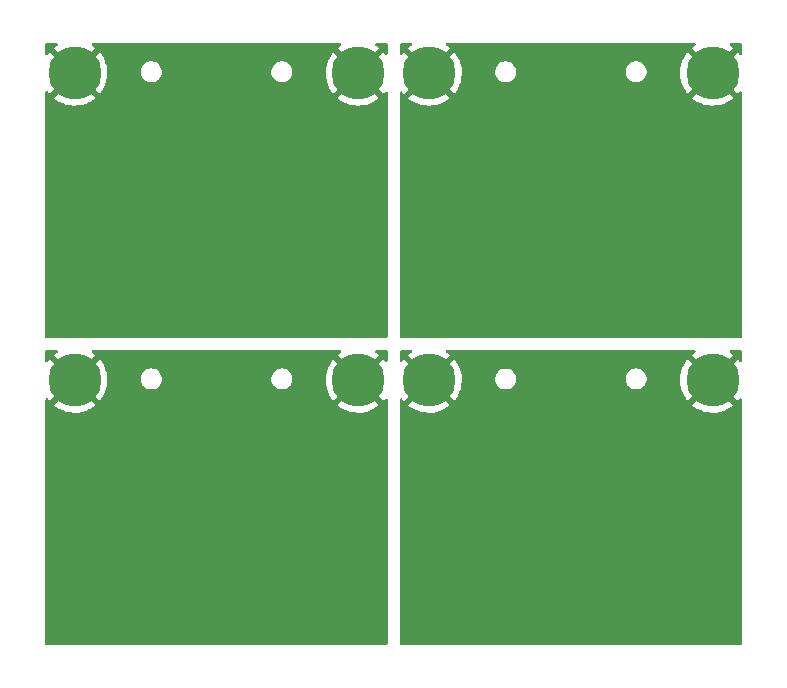
<source format=gbr>
%TF.GenerationSoftware,KiCad,Pcbnew,(6.0.0-0)*%
%TF.CreationDate,2022-03-16T23:04:28-04:00*%
%TF.ProjectId,for_stencil,666f725f-7374-4656-9e63-696c2e6b6963,rev?*%
%TF.SameCoordinates,Original*%
%TF.FileFunction,Copper,L1,Top*%
%TF.FilePolarity,Positive*%
%FSLAX46Y46*%
G04 Gerber Fmt 4.6, Leading zero omitted, Abs format (unit mm)*
G04 Created by KiCad (PCBNEW (6.0.0-0)) date 2022-03-16 23:04:28*
%MOMM*%
%LPD*%
G01*
G04 APERTURE LIST*
%TA.AperFunction,ComponentPad*%
%ADD10C,4.500000*%
%TD*%
G04 APERTURE END LIST*
D10*
%TO.P,H1,1,1*%
%TO.N,GND*%
X95000000Y-38000000D03*
%TD*%
%TO.P,H1,1,1*%
%TO.N,GND*%
X125000000Y-38000000D03*
%TD*%
%TO.P,H2,1,1*%
%TO.N,GND*%
X149000000Y-38000000D03*
%TD*%
%TO.P,H2,1,1*%
%TO.N,GND*%
X119000000Y-38000000D03*
%TD*%
%TO.P,H1,1,1*%
%TO.N,GND*%
X125000000Y-64000000D03*
%TD*%
%TO.P,H2,1,1*%
%TO.N,GND*%
X149000000Y-64000000D03*
%TD*%
%TO.P,H1,1,1*%
%TO.N,GND*%
X95000000Y-64000000D03*
%TD*%
%TO.P,H2,1,1*%
%TO.N,GND*%
X119000000Y-64000000D03*
%TD*%
%TA.AperFunction,Conductor*%
%TO.N,GND*%
G36*
X93508556Y-61466002D02*
G01*
X93555049Y-61519658D01*
X93565153Y-61589932D01*
X93535659Y-61654512D01*
X93504858Y-61680285D01*
X93450196Y-61712805D01*
X93443945Y-61717053D01*
X93250733Y-61866115D01*
X93242267Y-61877773D01*
X93248871Y-61889661D01*
X94987188Y-63627978D01*
X95001132Y-63635592D01*
X95002965Y-63635461D01*
X95009580Y-63631210D01*
X96750162Y-61890628D01*
X96757174Y-61877787D01*
X96749379Y-61867098D01*
X96579886Y-61733481D01*
X96573663Y-61729156D01*
X96492326Y-61679605D01*
X96444557Y-61627082D01*
X96432767Y-61557071D01*
X96460699Y-61491800D01*
X96519485Y-61451992D01*
X96557879Y-61446000D01*
X117440435Y-61446000D01*
X117508556Y-61466002D01*
X117555049Y-61519658D01*
X117565153Y-61589932D01*
X117535659Y-61654512D01*
X117504858Y-61680285D01*
X117450196Y-61712805D01*
X117443945Y-61717053D01*
X117250733Y-61866115D01*
X117242267Y-61877773D01*
X117248871Y-61889661D01*
X118987188Y-63627978D01*
X119001132Y-63635592D01*
X119002965Y-63635461D01*
X119009580Y-63631210D01*
X120750162Y-61890628D01*
X120757174Y-61877787D01*
X120749379Y-61867098D01*
X120579886Y-61733481D01*
X120573663Y-61729156D01*
X120492326Y-61679605D01*
X120444557Y-61627082D01*
X120432767Y-61557071D01*
X120460699Y-61491800D01*
X120519485Y-61451992D01*
X120557879Y-61446000D01*
X121361000Y-61446000D01*
X121429121Y-61466002D01*
X121475614Y-61519658D01*
X121487000Y-61572000D01*
X121487000Y-62337698D01*
X121466998Y-62405819D01*
X121413342Y-62452312D01*
X121343068Y-62462416D01*
X121278488Y-62432922D01*
X121261643Y-62415184D01*
X121133617Y-62251022D01*
X121121823Y-62242551D01*
X121110113Y-62249097D01*
X119372022Y-63987188D01*
X119364408Y-64001132D01*
X119364539Y-64002965D01*
X119368790Y-64009580D01*
X121108825Y-65749615D01*
X121121948Y-65756781D01*
X121132250Y-65749391D01*
X121241429Y-65615285D01*
X121245838Y-65609149D01*
X121254437Y-65595520D01*
X121307703Y-65548581D01*
X121377891Y-65537891D01*
X121442715Y-65566844D01*
X121481596Y-65626248D01*
X121487000Y-65662754D01*
X121487000Y-86304000D01*
X121466998Y-86372121D01*
X121413342Y-86418614D01*
X121361000Y-86430000D01*
X92629000Y-86430000D01*
X92560879Y-86409998D01*
X92514386Y-86356342D01*
X92503000Y-86304000D01*
X92503000Y-66121982D01*
X93243142Y-66121982D01*
X93250668Y-66132415D01*
X93396463Y-66249848D01*
X93402648Y-66254244D01*
X93678363Y-66426195D01*
X93685034Y-66429817D01*
X93979414Y-66567402D01*
X93986468Y-66570195D01*
X94295257Y-66671420D01*
X94302570Y-66673339D01*
X94621298Y-66736738D01*
X94628789Y-66737764D01*
X94952823Y-66762413D01*
X94960386Y-66762531D01*
X95285021Y-66748074D01*
X95292562Y-66747282D01*
X95613115Y-66693926D01*
X95620479Y-66692240D01*
X95932315Y-66600757D01*
X95939424Y-66598198D01*
X96238003Y-66469919D01*
X96244770Y-66466515D01*
X96525764Y-66303301D01*
X96532071Y-66299111D01*
X96750005Y-66134588D01*
X96758461Y-66123197D01*
X96757794Y-66121982D01*
X117243142Y-66121982D01*
X117250668Y-66132415D01*
X117396463Y-66249848D01*
X117402648Y-66254244D01*
X117678363Y-66426195D01*
X117685034Y-66429817D01*
X117979414Y-66567402D01*
X117986468Y-66570195D01*
X118295257Y-66671420D01*
X118302570Y-66673339D01*
X118621298Y-66736738D01*
X118628789Y-66737764D01*
X118952823Y-66762413D01*
X118960386Y-66762531D01*
X119285021Y-66748074D01*
X119292562Y-66747282D01*
X119613115Y-66693926D01*
X119620479Y-66692240D01*
X119932315Y-66600757D01*
X119939424Y-66598198D01*
X120238003Y-66469919D01*
X120244770Y-66466515D01*
X120525764Y-66303301D01*
X120532071Y-66299111D01*
X120750005Y-66134588D01*
X120758461Y-66123197D01*
X120751743Y-66110953D01*
X119012812Y-64372022D01*
X118998868Y-64364408D01*
X118997035Y-64364539D01*
X118990420Y-64368790D01*
X117250257Y-66108953D01*
X117243142Y-66121982D01*
X96757794Y-66121982D01*
X96751743Y-66110953D01*
X95012812Y-64372022D01*
X94998868Y-64364408D01*
X94997035Y-64364539D01*
X94990420Y-64368790D01*
X93250257Y-66108953D01*
X93243142Y-66121982D01*
X92503000Y-66121982D01*
X92503000Y-65647024D01*
X92523002Y-65578903D01*
X92576658Y-65532410D01*
X92646932Y-65522306D01*
X92711512Y-65551800D01*
X92729163Y-65570582D01*
X92865792Y-65749608D01*
X92877316Y-65758069D01*
X92889382Y-65751408D01*
X94627978Y-64012812D01*
X94634356Y-64001132D01*
X95364408Y-64001132D01*
X95364539Y-64002965D01*
X95368790Y-64009580D01*
X97108825Y-65749615D01*
X97121948Y-65756781D01*
X97132250Y-65749391D01*
X97241429Y-65615285D01*
X97245842Y-65609144D01*
X97419248Y-65334312D01*
X97422895Y-65327677D01*
X97562025Y-65034011D01*
X97564850Y-65026984D01*
X97667696Y-64718715D01*
X97669650Y-64711424D01*
X97734716Y-64393033D01*
X97735784Y-64385529D01*
X97762253Y-64060100D01*
X97762458Y-64055625D01*
X97763018Y-64002221D01*
X97762908Y-63997789D01*
X97762642Y-63993385D01*
X100587000Y-63993385D01*
X100588372Y-63999837D01*
X100588372Y-63999842D01*
X100601181Y-64060100D01*
X100625832Y-64176074D01*
X100628517Y-64182104D01*
X100628517Y-64182105D01*
X100684097Y-64306939D01*
X100701798Y-64346697D01*
X100705678Y-64352038D01*
X100705679Y-64352039D01*
X100720198Y-64372022D01*
X100811579Y-64497797D01*
X100950376Y-64622771D01*
X100956097Y-64626074D01*
X100970839Y-64634585D01*
X101112124Y-64716156D01*
X101118410Y-64718198D01*
X101118409Y-64718198D01*
X101283474Y-64771831D01*
X101283475Y-64771831D01*
X101289753Y-64773871D01*
X101296316Y-64774561D01*
X101296317Y-64774561D01*
X101319097Y-64776955D01*
X101428937Y-64788500D01*
X101522063Y-64788500D01*
X101631903Y-64776955D01*
X101654683Y-64774561D01*
X101654684Y-64774561D01*
X101661247Y-64773871D01*
X101667525Y-64771831D01*
X101667526Y-64771831D01*
X101832591Y-64718198D01*
X101832590Y-64718198D01*
X101838876Y-64716156D01*
X101980162Y-64634585D01*
X101994903Y-64626074D01*
X102000624Y-64622771D01*
X102139421Y-64497797D01*
X102230802Y-64372022D01*
X102245321Y-64352039D01*
X102245322Y-64352038D01*
X102249202Y-64346697D01*
X102266904Y-64306939D01*
X102322483Y-64182105D01*
X102322483Y-64182104D01*
X102325168Y-64176074D01*
X102349819Y-64060100D01*
X102362628Y-63999842D01*
X102362628Y-63999837D01*
X102364000Y-63993385D01*
X111636000Y-63993385D01*
X111637372Y-63999837D01*
X111637372Y-63999842D01*
X111650181Y-64060100D01*
X111674832Y-64176074D01*
X111677517Y-64182104D01*
X111677517Y-64182105D01*
X111733097Y-64306939D01*
X111750798Y-64346697D01*
X111754678Y-64352038D01*
X111754679Y-64352039D01*
X111769198Y-64372022D01*
X111860579Y-64497797D01*
X111999376Y-64622771D01*
X112005097Y-64626074D01*
X112019839Y-64634585D01*
X112161124Y-64716156D01*
X112167410Y-64718198D01*
X112167409Y-64718198D01*
X112332474Y-64771831D01*
X112332475Y-64771831D01*
X112338753Y-64773871D01*
X112345316Y-64774561D01*
X112345317Y-64774561D01*
X112368097Y-64776955D01*
X112477937Y-64788500D01*
X112571063Y-64788500D01*
X112680903Y-64776955D01*
X112703683Y-64774561D01*
X112703684Y-64774561D01*
X112710247Y-64773871D01*
X112716525Y-64771831D01*
X112716526Y-64771831D01*
X112881591Y-64718198D01*
X112881590Y-64718198D01*
X112887876Y-64716156D01*
X113029162Y-64634585D01*
X113043903Y-64626074D01*
X113049624Y-64622771D01*
X113188421Y-64497797D01*
X113279802Y-64372022D01*
X113294321Y-64352039D01*
X113294322Y-64352038D01*
X113298202Y-64346697D01*
X113315904Y-64306939D01*
X113371483Y-64182105D01*
X113371483Y-64182104D01*
X113374168Y-64176074D01*
X113398819Y-64060100D01*
X113411628Y-63999842D01*
X113411628Y-63999837D01*
X113413000Y-63993385D01*
X113413000Y-63974858D01*
X116237299Y-63974858D01*
X116253456Y-64299410D01*
X116254287Y-64306939D01*
X116309318Y-64627198D01*
X116311051Y-64634585D01*
X116404156Y-64945909D01*
X116406759Y-64953022D01*
X116536595Y-65250913D01*
X116540037Y-65257669D01*
X116704720Y-65537803D01*
X116708943Y-65544088D01*
X116865792Y-65749608D01*
X116877316Y-65758069D01*
X116889382Y-65751408D01*
X118627978Y-64012812D01*
X118635592Y-63998868D01*
X118635461Y-63997035D01*
X118631210Y-63990420D01*
X116890864Y-62250074D01*
X116877929Y-62243011D01*
X116867367Y-62250671D01*
X116741785Y-62408268D01*
X116737428Y-62414467D01*
X116566913Y-62691094D01*
X116563333Y-62697770D01*
X116427287Y-62992878D01*
X116424537Y-62999929D01*
X116324927Y-63309251D01*
X116323044Y-63316584D01*
X116261316Y-63635632D01*
X116260329Y-63643132D01*
X116237378Y-63967277D01*
X116237299Y-63974858D01*
X113413000Y-63974858D01*
X113413000Y-63806615D01*
X113374168Y-63623926D01*
X113298202Y-63453303D01*
X113188421Y-63302203D01*
X113049624Y-63177229D01*
X112887876Y-63083844D01*
X112813956Y-63059826D01*
X112716526Y-63028169D01*
X112716525Y-63028169D01*
X112710247Y-63026129D01*
X112703684Y-63025439D01*
X112703683Y-63025439D01*
X112680903Y-63023045D01*
X112571063Y-63011500D01*
X112477937Y-63011500D01*
X112368097Y-63023045D01*
X112345317Y-63025439D01*
X112345316Y-63025439D01*
X112338753Y-63026129D01*
X112332475Y-63028169D01*
X112332474Y-63028169D01*
X112235044Y-63059826D01*
X112161124Y-63083844D01*
X111999376Y-63177229D01*
X111860579Y-63302203D01*
X111750798Y-63453303D01*
X111674832Y-63623926D01*
X111636000Y-63806615D01*
X111636000Y-63993385D01*
X102364000Y-63993385D01*
X102364000Y-63806615D01*
X102325168Y-63623926D01*
X102249202Y-63453303D01*
X102139421Y-63302203D01*
X102000624Y-63177229D01*
X101838876Y-63083844D01*
X101764956Y-63059826D01*
X101667526Y-63028169D01*
X101667525Y-63028169D01*
X101661247Y-63026129D01*
X101654684Y-63025439D01*
X101654683Y-63025439D01*
X101631903Y-63023045D01*
X101522063Y-63011500D01*
X101428937Y-63011500D01*
X101319097Y-63023045D01*
X101296317Y-63025439D01*
X101296316Y-63025439D01*
X101289753Y-63026129D01*
X101283475Y-63028169D01*
X101283474Y-63028169D01*
X101186044Y-63059826D01*
X101112124Y-63083844D01*
X100950376Y-63177229D01*
X100811579Y-63302203D01*
X100701798Y-63453303D01*
X100625832Y-63623926D01*
X100587000Y-63806615D01*
X100587000Y-63993385D01*
X97762642Y-63993385D01*
X97743257Y-63671835D01*
X97742349Y-63664333D01*
X97683967Y-63344663D01*
X97682154Y-63337284D01*
X97585797Y-63026966D01*
X97583116Y-63019869D01*
X97450172Y-62723363D01*
X97446655Y-62716636D01*
X97279054Y-62438252D01*
X97274757Y-62431999D01*
X97133617Y-62251022D01*
X97121823Y-62242551D01*
X97110113Y-62249097D01*
X95372022Y-63987188D01*
X95364408Y-64001132D01*
X94634356Y-64001132D01*
X94635592Y-63998868D01*
X94635461Y-63997035D01*
X94631210Y-63990420D01*
X92890864Y-62250074D01*
X92877929Y-62243011D01*
X92867367Y-62250671D01*
X92741785Y-62408268D01*
X92737427Y-62414469D01*
X92736261Y-62416360D01*
X92735816Y-62416760D01*
X92735245Y-62417573D01*
X92735059Y-62417442D01*
X92683489Y-62463855D01*
X92613418Y-62475279D01*
X92548294Y-62447006D01*
X92508793Y-62388012D01*
X92503000Y-62350246D01*
X92503000Y-61572000D01*
X92523002Y-61503879D01*
X92576658Y-61457386D01*
X92629000Y-61446000D01*
X93440435Y-61446000D01*
X93508556Y-61466002D01*
G37*
%TD.AperFunction*%
%TD*%
%TA.AperFunction,Conductor*%
%TO.N,GND*%
G36*
X123508556Y-61466002D02*
G01*
X123555049Y-61519658D01*
X123565153Y-61589932D01*
X123535659Y-61654512D01*
X123504858Y-61680285D01*
X123450196Y-61712805D01*
X123443945Y-61717053D01*
X123250733Y-61866115D01*
X123242267Y-61877773D01*
X123248871Y-61889661D01*
X124987188Y-63627978D01*
X125001132Y-63635592D01*
X125002965Y-63635461D01*
X125009580Y-63631210D01*
X126750162Y-61890628D01*
X126757174Y-61877787D01*
X126749379Y-61867098D01*
X126579886Y-61733481D01*
X126573663Y-61729156D01*
X126492326Y-61679605D01*
X126444557Y-61627082D01*
X126432767Y-61557071D01*
X126460699Y-61491800D01*
X126519485Y-61451992D01*
X126557879Y-61446000D01*
X147440435Y-61446000D01*
X147508556Y-61466002D01*
X147555049Y-61519658D01*
X147565153Y-61589932D01*
X147535659Y-61654512D01*
X147504858Y-61680285D01*
X147450196Y-61712805D01*
X147443945Y-61717053D01*
X147250733Y-61866115D01*
X147242267Y-61877773D01*
X147248871Y-61889661D01*
X148987188Y-63627978D01*
X149001132Y-63635592D01*
X149002965Y-63635461D01*
X149009580Y-63631210D01*
X150750162Y-61890628D01*
X150757174Y-61877787D01*
X150749379Y-61867098D01*
X150579886Y-61733481D01*
X150573663Y-61729156D01*
X150492326Y-61679605D01*
X150444557Y-61627082D01*
X150432767Y-61557071D01*
X150460699Y-61491800D01*
X150519485Y-61451992D01*
X150557879Y-61446000D01*
X151361000Y-61446000D01*
X151429121Y-61466002D01*
X151475614Y-61519658D01*
X151487000Y-61572000D01*
X151487000Y-62337698D01*
X151466998Y-62405819D01*
X151413342Y-62452312D01*
X151343068Y-62462416D01*
X151278488Y-62432922D01*
X151261643Y-62415184D01*
X151133617Y-62251022D01*
X151121823Y-62242551D01*
X151110113Y-62249097D01*
X149372022Y-63987188D01*
X149364408Y-64001132D01*
X149364539Y-64002965D01*
X149368790Y-64009580D01*
X151108825Y-65749615D01*
X151121948Y-65756781D01*
X151132250Y-65749391D01*
X151241429Y-65615285D01*
X151245838Y-65609149D01*
X151254437Y-65595520D01*
X151307703Y-65548581D01*
X151377891Y-65537891D01*
X151442715Y-65566844D01*
X151481596Y-65626248D01*
X151487000Y-65662754D01*
X151487000Y-86304000D01*
X151466998Y-86372121D01*
X151413342Y-86418614D01*
X151361000Y-86430000D01*
X122629000Y-86430000D01*
X122560879Y-86409998D01*
X122514386Y-86356342D01*
X122503000Y-86304000D01*
X122503000Y-66121982D01*
X123243142Y-66121982D01*
X123250668Y-66132415D01*
X123396463Y-66249848D01*
X123402648Y-66254244D01*
X123678363Y-66426195D01*
X123685034Y-66429817D01*
X123979414Y-66567402D01*
X123986468Y-66570195D01*
X124295257Y-66671420D01*
X124302570Y-66673339D01*
X124621298Y-66736738D01*
X124628789Y-66737764D01*
X124952823Y-66762413D01*
X124960386Y-66762531D01*
X125285021Y-66748074D01*
X125292562Y-66747282D01*
X125613115Y-66693926D01*
X125620479Y-66692240D01*
X125932315Y-66600757D01*
X125939424Y-66598198D01*
X126238003Y-66469919D01*
X126244770Y-66466515D01*
X126525764Y-66303301D01*
X126532071Y-66299111D01*
X126750005Y-66134588D01*
X126758461Y-66123197D01*
X126757794Y-66121982D01*
X147243142Y-66121982D01*
X147250668Y-66132415D01*
X147396463Y-66249848D01*
X147402648Y-66254244D01*
X147678363Y-66426195D01*
X147685034Y-66429817D01*
X147979414Y-66567402D01*
X147986468Y-66570195D01*
X148295257Y-66671420D01*
X148302570Y-66673339D01*
X148621298Y-66736738D01*
X148628789Y-66737764D01*
X148952823Y-66762413D01*
X148960386Y-66762531D01*
X149285021Y-66748074D01*
X149292562Y-66747282D01*
X149613115Y-66693926D01*
X149620479Y-66692240D01*
X149932315Y-66600757D01*
X149939424Y-66598198D01*
X150238003Y-66469919D01*
X150244770Y-66466515D01*
X150525764Y-66303301D01*
X150532071Y-66299111D01*
X150750005Y-66134588D01*
X150758461Y-66123197D01*
X150751743Y-66110953D01*
X149012812Y-64372022D01*
X148998868Y-64364408D01*
X148997035Y-64364539D01*
X148990420Y-64368790D01*
X147250257Y-66108953D01*
X147243142Y-66121982D01*
X126757794Y-66121982D01*
X126751743Y-66110953D01*
X125012812Y-64372022D01*
X124998868Y-64364408D01*
X124997035Y-64364539D01*
X124990420Y-64368790D01*
X123250257Y-66108953D01*
X123243142Y-66121982D01*
X122503000Y-66121982D01*
X122503000Y-65647024D01*
X122523002Y-65578903D01*
X122576658Y-65532410D01*
X122646932Y-65522306D01*
X122711512Y-65551800D01*
X122729163Y-65570582D01*
X122865792Y-65749608D01*
X122877316Y-65758069D01*
X122889382Y-65751408D01*
X124627978Y-64012812D01*
X124634356Y-64001132D01*
X125364408Y-64001132D01*
X125364539Y-64002965D01*
X125368790Y-64009580D01*
X127108825Y-65749615D01*
X127121948Y-65756781D01*
X127132250Y-65749391D01*
X127241429Y-65615285D01*
X127245842Y-65609144D01*
X127419248Y-65334312D01*
X127422895Y-65327677D01*
X127562025Y-65034011D01*
X127564850Y-65026984D01*
X127667696Y-64718715D01*
X127669650Y-64711424D01*
X127734716Y-64393033D01*
X127735784Y-64385529D01*
X127762253Y-64060100D01*
X127762458Y-64055625D01*
X127763018Y-64002221D01*
X127762908Y-63997789D01*
X127762642Y-63993385D01*
X130587000Y-63993385D01*
X130588372Y-63999837D01*
X130588372Y-63999842D01*
X130601181Y-64060100D01*
X130625832Y-64176074D01*
X130628517Y-64182104D01*
X130628517Y-64182105D01*
X130684097Y-64306939D01*
X130701798Y-64346697D01*
X130705678Y-64352038D01*
X130705679Y-64352039D01*
X130720198Y-64372022D01*
X130811579Y-64497797D01*
X130950376Y-64622771D01*
X130956097Y-64626074D01*
X130970839Y-64634585D01*
X131112124Y-64716156D01*
X131118410Y-64718198D01*
X131118409Y-64718198D01*
X131283474Y-64771831D01*
X131283475Y-64771831D01*
X131289753Y-64773871D01*
X131296316Y-64774561D01*
X131296317Y-64774561D01*
X131319097Y-64776955D01*
X131428937Y-64788500D01*
X131522063Y-64788500D01*
X131631903Y-64776955D01*
X131654683Y-64774561D01*
X131654684Y-64774561D01*
X131661247Y-64773871D01*
X131667525Y-64771831D01*
X131667526Y-64771831D01*
X131832591Y-64718198D01*
X131832590Y-64718198D01*
X131838876Y-64716156D01*
X131980162Y-64634585D01*
X131994903Y-64626074D01*
X132000624Y-64622771D01*
X132139421Y-64497797D01*
X132230802Y-64372022D01*
X132245321Y-64352039D01*
X132245322Y-64352038D01*
X132249202Y-64346697D01*
X132266904Y-64306939D01*
X132322483Y-64182105D01*
X132322483Y-64182104D01*
X132325168Y-64176074D01*
X132349819Y-64060100D01*
X132362628Y-63999842D01*
X132362628Y-63999837D01*
X132364000Y-63993385D01*
X141636000Y-63993385D01*
X141637372Y-63999837D01*
X141637372Y-63999842D01*
X141650181Y-64060100D01*
X141674832Y-64176074D01*
X141677517Y-64182104D01*
X141677517Y-64182105D01*
X141733097Y-64306939D01*
X141750798Y-64346697D01*
X141754678Y-64352038D01*
X141754679Y-64352039D01*
X141769198Y-64372022D01*
X141860579Y-64497797D01*
X141999376Y-64622771D01*
X142005097Y-64626074D01*
X142019839Y-64634585D01*
X142161124Y-64716156D01*
X142167410Y-64718198D01*
X142167409Y-64718198D01*
X142332474Y-64771831D01*
X142332475Y-64771831D01*
X142338753Y-64773871D01*
X142345316Y-64774561D01*
X142345317Y-64774561D01*
X142368097Y-64776955D01*
X142477937Y-64788500D01*
X142571063Y-64788500D01*
X142680903Y-64776955D01*
X142703683Y-64774561D01*
X142703684Y-64774561D01*
X142710247Y-64773871D01*
X142716525Y-64771831D01*
X142716526Y-64771831D01*
X142881591Y-64718198D01*
X142881590Y-64718198D01*
X142887876Y-64716156D01*
X143029162Y-64634585D01*
X143043903Y-64626074D01*
X143049624Y-64622771D01*
X143188421Y-64497797D01*
X143279802Y-64372022D01*
X143294321Y-64352039D01*
X143294322Y-64352038D01*
X143298202Y-64346697D01*
X143315904Y-64306939D01*
X143371483Y-64182105D01*
X143371483Y-64182104D01*
X143374168Y-64176074D01*
X143398819Y-64060100D01*
X143411628Y-63999842D01*
X143411628Y-63999837D01*
X143413000Y-63993385D01*
X143413000Y-63974858D01*
X146237299Y-63974858D01*
X146253456Y-64299410D01*
X146254287Y-64306939D01*
X146309318Y-64627198D01*
X146311051Y-64634585D01*
X146404156Y-64945909D01*
X146406759Y-64953022D01*
X146536595Y-65250913D01*
X146540037Y-65257669D01*
X146704720Y-65537803D01*
X146708943Y-65544088D01*
X146865792Y-65749608D01*
X146877316Y-65758069D01*
X146889382Y-65751408D01*
X148627978Y-64012812D01*
X148635592Y-63998868D01*
X148635461Y-63997035D01*
X148631210Y-63990420D01*
X146890864Y-62250074D01*
X146877929Y-62243011D01*
X146867367Y-62250671D01*
X146741785Y-62408268D01*
X146737428Y-62414467D01*
X146566913Y-62691094D01*
X146563333Y-62697770D01*
X146427287Y-62992878D01*
X146424537Y-62999929D01*
X146324927Y-63309251D01*
X146323044Y-63316584D01*
X146261316Y-63635632D01*
X146260329Y-63643132D01*
X146237378Y-63967277D01*
X146237299Y-63974858D01*
X143413000Y-63974858D01*
X143413000Y-63806615D01*
X143374168Y-63623926D01*
X143298202Y-63453303D01*
X143188421Y-63302203D01*
X143049624Y-63177229D01*
X142887876Y-63083844D01*
X142813956Y-63059826D01*
X142716526Y-63028169D01*
X142716525Y-63028169D01*
X142710247Y-63026129D01*
X142703684Y-63025439D01*
X142703683Y-63025439D01*
X142680903Y-63023045D01*
X142571063Y-63011500D01*
X142477937Y-63011500D01*
X142368097Y-63023045D01*
X142345317Y-63025439D01*
X142345316Y-63025439D01*
X142338753Y-63026129D01*
X142332475Y-63028169D01*
X142332474Y-63028169D01*
X142235044Y-63059826D01*
X142161124Y-63083844D01*
X141999376Y-63177229D01*
X141860579Y-63302203D01*
X141750798Y-63453303D01*
X141674832Y-63623926D01*
X141636000Y-63806615D01*
X141636000Y-63993385D01*
X132364000Y-63993385D01*
X132364000Y-63806615D01*
X132325168Y-63623926D01*
X132249202Y-63453303D01*
X132139421Y-63302203D01*
X132000624Y-63177229D01*
X131838876Y-63083844D01*
X131764956Y-63059826D01*
X131667526Y-63028169D01*
X131667525Y-63028169D01*
X131661247Y-63026129D01*
X131654684Y-63025439D01*
X131654683Y-63025439D01*
X131631903Y-63023045D01*
X131522063Y-63011500D01*
X131428937Y-63011500D01*
X131319097Y-63023045D01*
X131296317Y-63025439D01*
X131296316Y-63025439D01*
X131289753Y-63026129D01*
X131283475Y-63028169D01*
X131283474Y-63028169D01*
X131186044Y-63059826D01*
X131112124Y-63083844D01*
X130950376Y-63177229D01*
X130811579Y-63302203D01*
X130701798Y-63453303D01*
X130625832Y-63623926D01*
X130587000Y-63806615D01*
X130587000Y-63993385D01*
X127762642Y-63993385D01*
X127743257Y-63671835D01*
X127742349Y-63664333D01*
X127683967Y-63344663D01*
X127682154Y-63337284D01*
X127585797Y-63026966D01*
X127583116Y-63019869D01*
X127450172Y-62723363D01*
X127446655Y-62716636D01*
X127279054Y-62438252D01*
X127274757Y-62431999D01*
X127133617Y-62251022D01*
X127121823Y-62242551D01*
X127110113Y-62249097D01*
X125372022Y-63987188D01*
X125364408Y-64001132D01*
X124634356Y-64001132D01*
X124635592Y-63998868D01*
X124635461Y-63997035D01*
X124631210Y-63990420D01*
X122890864Y-62250074D01*
X122877929Y-62243011D01*
X122867367Y-62250671D01*
X122741785Y-62408268D01*
X122737427Y-62414469D01*
X122736261Y-62416360D01*
X122735816Y-62416760D01*
X122735245Y-62417573D01*
X122735059Y-62417442D01*
X122683489Y-62463855D01*
X122613418Y-62475279D01*
X122548294Y-62447006D01*
X122508793Y-62388012D01*
X122503000Y-62350246D01*
X122503000Y-61572000D01*
X122523002Y-61503879D01*
X122576658Y-61457386D01*
X122629000Y-61446000D01*
X123440435Y-61446000D01*
X123508556Y-61466002D01*
G37*
%TD.AperFunction*%
%TD*%
%TA.AperFunction,Conductor*%
%TO.N,GND*%
G36*
X93508556Y-35466002D02*
G01*
X93555049Y-35519658D01*
X93565153Y-35589932D01*
X93535659Y-35654512D01*
X93504858Y-35680285D01*
X93450196Y-35712805D01*
X93443945Y-35717053D01*
X93250733Y-35866115D01*
X93242267Y-35877773D01*
X93248871Y-35889661D01*
X94987188Y-37627978D01*
X95001132Y-37635592D01*
X95002965Y-37635461D01*
X95009580Y-37631210D01*
X96750162Y-35890628D01*
X96757174Y-35877787D01*
X96749379Y-35867098D01*
X96579886Y-35733481D01*
X96573663Y-35729156D01*
X96492326Y-35679605D01*
X96444557Y-35627082D01*
X96432767Y-35557071D01*
X96460699Y-35491800D01*
X96519485Y-35451992D01*
X96557879Y-35446000D01*
X117440435Y-35446000D01*
X117508556Y-35466002D01*
X117555049Y-35519658D01*
X117565153Y-35589932D01*
X117535659Y-35654512D01*
X117504858Y-35680285D01*
X117450196Y-35712805D01*
X117443945Y-35717053D01*
X117250733Y-35866115D01*
X117242267Y-35877773D01*
X117248871Y-35889661D01*
X118987188Y-37627978D01*
X119001132Y-37635592D01*
X119002965Y-37635461D01*
X119009580Y-37631210D01*
X120750162Y-35890628D01*
X120757174Y-35877787D01*
X120749379Y-35867098D01*
X120579886Y-35733481D01*
X120573663Y-35729156D01*
X120492326Y-35679605D01*
X120444557Y-35627082D01*
X120432767Y-35557071D01*
X120460699Y-35491800D01*
X120519485Y-35451992D01*
X120557879Y-35446000D01*
X121361000Y-35446000D01*
X121429121Y-35466002D01*
X121475614Y-35519658D01*
X121487000Y-35572000D01*
X121487000Y-36337698D01*
X121466998Y-36405819D01*
X121413342Y-36452312D01*
X121343068Y-36462416D01*
X121278488Y-36432922D01*
X121261643Y-36415184D01*
X121133617Y-36251022D01*
X121121823Y-36242551D01*
X121110113Y-36249097D01*
X119372022Y-37987188D01*
X119364408Y-38001132D01*
X119364539Y-38002965D01*
X119368790Y-38009580D01*
X121108825Y-39749615D01*
X121121948Y-39756781D01*
X121132250Y-39749391D01*
X121241429Y-39615285D01*
X121245838Y-39609149D01*
X121254437Y-39595520D01*
X121307703Y-39548581D01*
X121377891Y-39537891D01*
X121442715Y-39566844D01*
X121481596Y-39626248D01*
X121487000Y-39662754D01*
X121487000Y-60304000D01*
X121466998Y-60372121D01*
X121413342Y-60418614D01*
X121361000Y-60430000D01*
X92629000Y-60430000D01*
X92560879Y-60409998D01*
X92514386Y-60356342D01*
X92503000Y-60304000D01*
X92503000Y-40121982D01*
X93243142Y-40121982D01*
X93250668Y-40132415D01*
X93396463Y-40249848D01*
X93402648Y-40254244D01*
X93678363Y-40426195D01*
X93685034Y-40429817D01*
X93979414Y-40567402D01*
X93986468Y-40570195D01*
X94295257Y-40671420D01*
X94302570Y-40673339D01*
X94621298Y-40736738D01*
X94628789Y-40737764D01*
X94952823Y-40762413D01*
X94960386Y-40762531D01*
X95285021Y-40748074D01*
X95292562Y-40747282D01*
X95613115Y-40693926D01*
X95620479Y-40692240D01*
X95932315Y-40600757D01*
X95939424Y-40598198D01*
X96238003Y-40469919D01*
X96244770Y-40466515D01*
X96525764Y-40303301D01*
X96532071Y-40299111D01*
X96750005Y-40134588D01*
X96758461Y-40123197D01*
X96757794Y-40121982D01*
X117243142Y-40121982D01*
X117250668Y-40132415D01*
X117396463Y-40249848D01*
X117402648Y-40254244D01*
X117678363Y-40426195D01*
X117685034Y-40429817D01*
X117979414Y-40567402D01*
X117986468Y-40570195D01*
X118295257Y-40671420D01*
X118302570Y-40673339D01*
X118621298Y-40736738D01*
X118628789Y-40737764D01*
X118952823Y-40762413D01*
X118960386Y-40762531D01*
X119285021Y-40748074D01*
X119292562Y-40747282D01*
X119613115Y-40693926D01*
X119620479Y-40692240D01*
X119932315Y-40600757D01*
X119939424Y-40598198D01*
X120238003Y-40469919D01*
X120244770Y-40466515D01*
X120525764Y-40303301D01*
X120532071Y-40299111D01*
X120750005Y-40134588D01*
X120758461Y-40123197D01*
X120751743Y-40110953D01*
X119012812Y-38372022D01*
X118998868Y-38364408D01*
X118997035Y-38364539D01*
X118990420Y-38368790D01*
X117250257Y-40108953D01*
X117243142Y-40121982D01*
X96757794Y-40121982D01*
X96751743Y-40110953D01*
X95012812Y-38372022D01*
X94998868Y-38364408D01*
X94997035Y-38364539D01*
X94990420Y-38368790D01*
X93250257Y-40108953D01*
X93243142Y-40121982D01*
X92503000Y-40121982D01*
X92503000Y-39647024D01*
X92523002Y-39578903D01*
X92576658Y-39532410D01*
X92646932Y-39522306D01*
X92711512Y-39551800D01*
X92729163Y-39570582D01*
X92865792Y-39749608D01*
X92877316Y-39758069D01*
X92889382Y-39751408D01*
X94627978Y-38012812D01*
X94634356Y-38001132D01*
X95364408Y-38001132D01*
X95364539Y-38002965D01*
X95368790Y-38009580D01*
X97108825Y-39749615D01*
X97121948Y-39756781D01*
X97132250Y-39749391D01*
X97241429Y-39615285D01*
X97245842Y-39609144D01*
X97419248Y-39334312D01*
X97422895Y-39327677D01*
X97562025Y-39034011D01*
X97564850Y-39026984D01*
X97667696Y-38718715D01*
X97669650Y-38711424D01*
X97734716Y-38393033D01*
X97735784Y-38385529D01*
X97762253Y-38060100D01*
X97762458Y-38055625D01*
X97763018Y-38002221D01*
X97762908Y-37997789D01*
X97762642Y-37993385D01*
X100587000Y-37993385D01*
X100588372Y-37999837D01*
X100588372Y-37999842D01*
X100601181Y-38060100D01*
X100625832Y-38176074D01*
X100628517Y-38182104D01*
X100628517Y-38182105D01*
X100684097Y-38306939D01*
X100701798Y-38346697D01*
X100705678Y-38352038D01*
X100705679Y-38352039D01*
X100720198Y-38372022D01*
X100811579Y-38497797D01*
X100950376Y-38622771D01*
X100956097Y-38626074D01*
X100970839Y-38634585D01*
X101112124Y-38716156D01*
X101118410Y-38718198D01*
X101118409Y-38718198D01*
X101283474Y-38771831D01*
X101283475Y-38771831D01*
X101289753Y-38773871D01*
X101296316Y-38774561D01*
X101296317Y-38774561D01*
X101319097Y-38776955D01*
X101428937Y-38788500D01*
X101522063Y-38788500D01*
X101631903Y-38776955D01*
X101654683Y-38774561D01*
X101654684Y-38774561D01*
X101661247Y-38773871D01*
X101667525Y-38771831D01*
X101667526Y-38771831D01*
X101832591Y-38718198D01*
X101832590Y-38718198D01*
X101838876Y-38716156D01*
X101980162Y-38634585D01*
X101994903Y-38626074D01*
X102000624Y-38622771D01*
X102139421Y-38497797D01*
X102230802Y-38372022D01*
X102245321Y-38352039D01*
X102245322Y-38352038D01*
X102249202Y-38346697D01*
X102266904Y-38306939D01*
X102322483Y-38182105D01*
X102322483Y-38182104D01*
X102325168Y-38176074D01*
X102349819Y-38060100D01*
X102362628Y-37999842D01*
X102362628Y-37999837D01*
X102364000Y-37993385D01*
X111636000Y-37993385D01*
X111637372Y-37999837D01*
X111637372Y-37999842D01*
X111650181Y-38060100D01*
X111674832Y-38176074D01*
X111677517Y-38182104D01*
X111677517Y-38182105D01*
X111733097Y-38306939D01*
X111750798Y-38346697D01*
X111754678Y-38352038D01*
X111754679Y-38352039D01*
X111769198Y-38372022D01*
X111860579Y-38497797D01*
X111999376Y-38622771D01*
X112005097Y-38626074D01*
X112019839Y-38634585D01*
X112161124Y-38716156D01*
X112167410Y-38718198D01*
X112167409Y-38718198D01*
X112332474Y-38771831D01*
X112332475Y-38771831D01*
X112338753Y-38773871D01*
X112345316Y-38774561D01*
X112345317Y-38774561D01*
X112368097Y-38776955D01*
X112477937Y-38788500D01*
X112571063Y-38788500D01*
X112680903Y-38776955D01*
X112703683Y-38774561D01*
X112703684Y-38774561D01*
X112710247Y-38773871D01*
X112716525Y-38771831D01*
X112716526Y-38771831D01*
X112881591Y-38718198D01*
X112881590Y-38718198D01*
X112887876Y-38716156D01*
X113029162Y-38634585D01*
X113043903Y-38626074D01*
X113049624Y-38622771D01*
X113188421Y-38497797D01*
X113279802Y-38372022D01*
X113294321Y-38352039D01*
X113294322Y-38352038D01*
X113298202Y-38346697D01*
X113315904Y-38306939D01*
X113371483Y-38182105D01*
X113371483Y-38182104D01*
X113374168Y-38176074D01*
X113398819Y-38060100D01*
X113411628Y-37999842D01*
X113411628Y-37999837D01*
X113413000Y-37993385D01*
X113413000Y-37974858D01*
X116237299Y-37974858D01*
X116253456Y-38299410D01*
X116254287Y-38306939D01*
X116309318Y-38627198D01*
X116311051Y-38634585D01*
X116404156Y-38945909D01*
X116406759Y-38953022D01*
X116536595Y-39250913D01*
X116540037Y-39257669D01*
X116704720Y-39537803D01*
X116708943Y-39544088D01*
X116865792Y-39749608D01*
X116877316Y-39758069D01*
X116889382Y-39751408D01*
X118627978Y-38012812D01*
X118635592Y-37998868D01*
X118635461Y-37997035D01*
X118631210Y-37990420D01*
X116890864Y-36250074D01*
X116877929Y-36243011D01*
X116867367Y-36250671D01*
X116741785Y-36408268D01*
X116737428Y-36414467D01*
X116566913Y-36691094D01*
X116563333Y-36697770D01*
X116427287Y-36992878D01*
X116424537Y-36999929D01*
X116324927Y-37309251D01*
X116323044Y-37316584D01*
X116261316Y-37635632D01*
X116260329Y-37643132D01*
X116237378Y-37967277D01*
X116237299Y-37974858D01*
X113413000Y-37974858D01*
X113413000Y-37806615D01*
X113374168Y-37623926D01*
X113298202Y-37453303D01*
X113188421Y-37302203D01*
X113049624Y-37177229D01*
X112887876Y-37083844D01*
X112813956Y-37059826D01*
X112716526Y-37028169D01*
X112716525Y-37028169D01*
X112710247Y-37026129D01*
X112703684Y-37025439D01*
X112703683Y-37025439D01*
X112680903Y-37023045D01*
X112571063Y-37011500D01*
X112477937Y-37011500D01*
X112368097Y-37023045D01*
X112345317Y-37025439D01*
X112345316Y-37025439D01*
X112338753Y-37026129D01*
X112332475Y-37028169D01*
X112332474Y-37028169D01*
X112235044Y-37059826D01*
X112161124Y-37083844D01*
X111999376Y-37177229D01*
X111860579Y-37302203D01*
X111750798Y-37453303D01*
X111674832Y-37623926D01*
X111636000Y-37806615D01*
X111636000Y-37993385D01*
X102364000Y-37993385D01*
X102364000Y-37806615D01*
X102325168Y-37623926D01*
X102249202Y-37453303D01*
X102139421Y-37302203D01*
X102000624Y-37177229D01*
X101838876Y-37083844D01*
X101764956Y-37059826D01*
X101667526Y-37028169D01*
X101667525Y-37028169D01*
X101661247Y-37026129D01*
X101654684Y-37025439D01*
X101654683Y-37025439D01*
X101631903Y-37023045D01*
X101522063Y-37011500D01*
X101428937Y-37011500D01*
X101319097Y-37023045D01*
X101296317Y-37025439D01*
X101296316Y-37025439D01*
X101289753Y-37026129D01*
X101283475Y-37028169D01*
X101283474Y-37028169D01*
X101186044Y-37059826D01*
X101112124Y-37083844D01*
X100950376Y-37177229D01*
X100811579Y-37302203D01*
X100701798Y-37453303D01*
X100625832Y-37623926D01*
X100587000Y-37806615D01*
X100587000Y-37993385D01*
X97762642Y-37993385D01*
X97743257Y-37671835D01*
X97742349Y-37664333D01*
X97683967Y-37344663D01*
X97682154Y-37337284D01*
X97585797Y-37026966D01*
X97583116Y-37019869D01*
X97450172Y-36723363D01*
X97446655Y-36716636D01*
X97279054Y-36438252D01*
X97274757Y-36431999D01*
X97133617Y-36251022D01*
X97121823Y-36242551D01*
X97110113Y-36249097D01*
X95372022Y-37987188D01*
X95364408Y-38001132D01*
X94634356Y-38001132D01*
X94635592Y-37998868D01*
X94635461Y-37997035D01*
X94631210Y-37990420D01*
X92890864Y-36250074D01*
X92877929Y-36243011D01*
X92867367Y-36250671D01*
X92741785Y-36408268D01*
X92737427Y-36414469D01*
X92736261Y-36416360D01*
X92735816Y-36416760D01*
X92735245Y-36417573D01*
X92735059Y-36417442D01*
X92683489Y-36463855D01*
X92613418Y-36475279D01*
X92548294Y-36447006D01*
X92508793Y-36388012D01*
X92503000Y-36350246D01*
X92503000Y-35572000D01*
X92523002Y-35503879D01*
X92576658Y-35457386D01*
X92629000Y-35446000D01*
X93440435Y-35446000D01*
X93508556Y-35466002D01*
G37*
%TD.AperFunction*%
%TD*%
%TA.AperFunction,Conductor*%
%TO.N,GND*%
G36*
X123508556Y-35466002D02*
G01*
X123555049Y-35519658D01*
X123565153Y-35589932D01*
X123535659Y-35654512D01*
X123504858Y-35680285D01*
X123450196Y-35712805D01*
X123443945Y-35717053D01*
X123250733Y-35866115D01*
X123242267Y-35877773D01*
X123248871Y-35889661D01*
X124987188Y-37627978D01*
X125001132Y-37635592D01*
X125002965Y-37635461D01*
X125009580Y-37631210D01*
X126750162Y-35890628D01*
X126757174Y-35877787D01*
X126749379Y-35867098D01*
X126579886Y-35733481D01*
X126573663Y-35729156D01*
X126492326Y-35679605D01*
X126444557Y-35627082D01*
X126432767Y-35557071D01*
X126460699Y-35491800D01*
X126519485Y-35451992D01*
X126557879Y-35446000D01*
X147440435Y-35446000D01*
X147508556Y-35466002D01*
X147555049Y-35519658D01*
X147565153Y-35589932D01*
X147535659Y-35654512D01*
X147504858Y-35680285D01*
X147450196Y-35712805D01*
X147443945Y-35717053D01*
X147250733Y-35866115D01*
X147242267Y-35877773D01*
X147248871Y-35889661D01*
X148987188Y-37627978D01*
X149001132Y-37635592D01*
X149002965Y-37635461D01*
X149009580Y-37631210D01*
X150750162Y-35890628D01*
X150757174Y-35877787D01*
X150749379Y-35867098D01*
X150579886Y-35733481D01*
X150573663Y-35729156D01*
X150492326Y-35679605D01*
X150444557Y-35627082D01*
X150432767Y-35557071D01*
X150460699Y-35491800D01*
X150519485Y-35451992D01*
X150557879Y-35446000D01*
X151361000Y-35446000D01*
X151429121Y-35466002D01*
X151475614Y-35519658D01*
X151487000Y-35572000D01*
X151487000Y-36337698D01*
X151466998Y-36405819D01*
X151413342Y-36452312D01*
X151343068Y-36462416D01*
X151278488Y-36432922D01*
X151261643Y-36415184D01*
X151133617Y-36251022D01*
X151121823Y-36242551D01*
X151110113Y-36249097D01*
X149372022Y-37987188D01*
X149364408Y-38001132D01*
X149364539Y-38002965D01*
X149368790Y-38009580D01*
X151108825Y-39749615D01*
X151121948Y-39756781D01*
X151132250Y-39749391D01*
X151241429Y-39615285D01*
X151245838Y-39609149D01*
X151254437Y-39595520D01*
X151307703Y-39548581D01*
X151377891Y-39537891D01*
X151442715Y-39566844D01*
X151481596Y-39626248D01*
X151487000Y-39662754D01*
X151487000Y-60304000D01*
X151466998Y-60372121D01*
X151413342Y-60418614D01*
X151361000Y-60430000D01*
X122629000Y-60430000D01*
X122560879Y-60409998D01*
X122514386Y-60356342D01*
X122503000Y-60304000D01*
X122503000Y-40121982D01*
X123243142Y-40121982D01*
X123250668Y-40132415D01*
X123396463Y-40249848D01*
X123402648Y-40254244D01*
X123678363Y-40426195D01*
X123685034Y-40429817D01*
X123979414Y-40567402D01*
X123986468Y-40570195D01*
X124295257Y-40671420D01*
X124302570Y-40673339D01*
X124621298Y-40736738D01*
X124628789Y-40737764D01*
X124952823Y-40762413D01*
X124960386Y-40762531D01*
X125285021Y-40748074D01*
X125292562Y-40747282D01*
X125613115Y-40693926D01*
X125620479Y-40692240D01*
X125932315Y-40600757D01*
X125939424Y-40598198D01*
X126238003Y-40469919D01*
X126244770Y-40466515D01*
X126525764Y-40303301D01*
X126532071Y-40299111D01*
X126750005Y-40134588D01*
X126758461Y-40123197D01*
X126757794Y-40121982D01*
X147243142Y-40121982D01*
X147250668Y-40132415D01*
X147396463Y-40249848D01*
X147402648Y-40254244D01*
X147678363Y-40426195D01*
X147685034Y-40429817D01*
X147979414Y-40567402D01*
X147986468Y-40570195D01*
X148295257Y-40671420D01*
X148302570Y-40673339D01*
X148621298Y-40736738D01*
X148628789Y-40737764D01*
X148952823Y-40762413D01*
X148960386Y-40762531D01*
X149285021Y-40748074D01*
X149292562Y-40747282D01*
X149613115Y-40693926D01*
X149620479Y-40692240D01*
X149932315Y-40600757D01*
X149939424Y-40598198D01*
X150238003Y-40469919D01*
X150244770Y-40466515D01*
X150525764Y-40303301D01*
X150532071Y-40299111D01*
X150750005Y-40134588D01*
X150758461Y-40123197D01*
X150751743Y-40110953D01*
X149012812Y-38372022D01*
X148998868Y-38364408D01*
X148997035Y-38364539D01*
X148990420Y-38368790D01*
X147250257Y-40108953D01*
X147243142Y-40121982D01*
X126757794Y-40121982D01*
X126751743Y-40110953D01*
X125012812Y-38372022D01*
X124998868Y-38364408D01*
X124997035Y-38364539D01*
X124990420Y-38368790D01*
X123250257Y-40108953D01*
X123243142Y-40121982D01*
X122503000Y-40121982D01*
X122503000Y-39647024D01*
X122523002Y-39578903D01*
X122576658Y-39532410D01*
X122646932Y-39522306D01*
X122711512Y-39551800D01*
X122729163Y-39570582D01*
X122865792Y-39749608D01*
X122877316Y-39758069D01*
X122889382Y-39751408D01*
X124627978Y-38012812D01*
X124634356Y-38001132D01*
X125364408Y-38001132D01*
X125364539Y-38002965D01*
X125368790Y-38009580D01*
X127108825Y-39749615D01*
X127121948Y-39756781D01*
X127132250Y-39749391D01*
X127241429Y-39615285D01*
X127245842Y-39609144D01*
X127419248Y-39334312D01*
X127422895Y-39327677D01*
X127562025Y-39034011D01*
X127564850Y-39026984D01*
X127667696Y-38718715D01*
X127669650Y-38711424D01*
X127734716Y-38393033D01*
X127735784Y-38385529D01*
X127762253Y-38060100D01*
X127762458Y-38055625D01*
X127763018Y-38002221D01*
X127762908Y-37997789D01*
X127762642Y-37993385D01*
X130587000Y-37993385D01*
X130588372Y-37999837D01*
X130588372Y-37999842D01*
X130601181Y-38060100D01*
X130625832Y-38176074D01*
X130628517Y-38182104D01*
X130628517Y-38182105D01*
X130684097Y-38306939D01*
X130701798Y-38346697D01*
X130705678Y-38352038D01*
X130705679Y-38352039D01*
X130720198Y-38372022D01*
X130811579Y-38497797D01*
X130950376Y-38622771D01*
X130956097Y-38626074D01*
X130970839Y-38634585D01*
X131112124Y-38716156D01*
X131118410Y-38718198D01*
X131118409Y-38718198D01*
X131283474Y-38771831D01*
X131283475Y-38771831D01*
X131289753Y-38773871D01*
X131296316Y-38774561D01*
X131296317Y-38774561D01*
X131319097Y-38776955D01*
X131428937Y-38788500D01*
X131522063Y-38788500D01*
X131631903Y-38776955D01*
X131654683Y-38774561D01*
X131654684Y-38774561D01*
X131661247Y-38773871D01*
X131667525Y-38771831D01*
X131667526Y-38771831D01*
X131832591Y-38718198D01*
X131832590Y-38718198D01*
X131838876Y-38716156D01*
X131980162Y-38634585D01*
X131994903Y-38626074D01*
X132000624Y-38622771D01*
X132139421Y-38497797D01*
X132230802Y-38372022D01*
X132245321Y-38352039D01*
X132245322Y-38352038D01*
X132249202Y-38346697D01*
X132266904Y-38306939D01*
X132322483Y-38182105D01*
X132322483Y-38182104D01*
X132325168Y-38176074D01*
X132349819Y-38060100D01*
X132362628Y-37999842D01*
X132362628Y-37999837D01*
X132364000Y-37993385D01*
X141636000Y-37993385D01*
X141637372Y-37999837D01*
X141637372Y-37999842D01*
X141650181Y-38060100D01*
X141674832Y-38176074D01*
X141677517Y-38182104D01*
X141677517Y-38182105D01*
X141733097Y-38306939D01*
X141750798Y-38346697D01*
X141754678Y-38352038D01*
X141754679Y-38352039D01*
X141769198Y-38372022D01*
X141860579Y-38497797D01*
X141999376Y-38622771D01*
X142005097Y-38626074D01*
X142019839Y-38634585D01*
X142161124Y-38716156D01*
X142167410Y-38718198D01*
X142167409Y-38718198D01*
X142332474Y-38771831D01*
X142332475Y-38771831D01*
X142338753Y-38773871D01*
X142345316Y-38774561D01*
X142345317Y-38774561D01*
X142368097Y-38776955D01*
X142477937Y-38788500D01*
X142571063Y-38788500D01*
X142680903Y-38776955D01*
X142703683Y-38774561D01*
X142703684Y-38774561D01*
X142710247Y-38773871D01*
X142716525Y-38771831D01*
X142716526Y-38771831D01*
X142881591Y-38718198D01*
X142881590Y-38718198D01*
X142887876Y-38716156D01*
X143029162Y-38634585D01*
X143043903Y-38626074D01*
X143049624Y-38622771D01*
X143188421Y-38497797D01*
X143279802Y-38372022D01*
X143294321Y-38352039D01*
X143294322Y-38352038D01*
X143298202Y-38346697D01*
X143315904Y-38306939D01*
X143371483Y-38182105D01*
X143371483Y-38182104D01*
X143374168Y-38176074D01*
X143398819Y-38060100D01*
X143411628Y-37999842D01*
X143411628Y-37999837D01*
X143413000Y-37993385D01*
X143413000Y-37974858D01*
X146237299Y-37974858D01*
X146253456Y-38299410D01*
X146254287Y-38306939D01*
X146309318Y-38627198D01*
X146311051Y-38634585D01*
X146404156Y-38945909D01*
X146406759Y-38953022D01*
X146536595Y-39250913D01*
X146540037Y-39257669D01*
X146704720Y-39537803D01*
X146708943Y-39544088D01*
X146865792Y-39749608D01*
X146877316Y-39758069D01*
X146889382Y-39751408D01*
X148627978Y-38012812D01*
X148635592Y-37998868D01*
X148635461Y-37997035D01*
X148631210Y-37990420D01*
X146890864Y-36250074D01*
X146877929Y-36243011D01*
X146867367Y-36250671D01*
X146741785Y-36408268D01*
X146737428Y-36414467D01*
X146566913Y-36691094D01*
X146563333Y-36697770D01*
X146427287Y-36992878D01*
X146424537Y-36999929D01*
X146324927Y-37309251D01*
X146323044Y-37316584D01*
X146261316Y-37635632D01*
X146260329Y-37643132D01*
X146237378Y-37967277D01*
X146237299Y-37974858D01*
X143413000Y-37974858D01*
X143413000Y-37806615D01*
X143374168Y-37623926D01*
X143298202Y-37453303D01*
X143188421Y-37302203D01*
X143049624Y-37177229D01*
X142887876Y-37083844D01*
X142813956Y-37059826D01*
X142716526Y-37028169D01*
X142716525Y-37028169D01*
X142710247Y-37026129D01*
X142703684Y-37025439D01*
X142703683Y-37025439D01*
X142680903Y-37023045D01*
X142571063Y-37011500D01*
X142477937Y-37011500D01*
X142368097Y-37023045D01*
X142345317Y-37025439D01*
X142345316Y-37025439D01*
X142338753Y-37026129D01*
X142332475Y-37028169D01*
X142332474Y-37028169D01*
X142235044Y-37059826D01*
X142161124Y-37083844D01*
X141999376Y-37177229D01*
X141860579Y-37302203D01*
X141750798Y-37453303D01*
X141674832Y-37623926D01*
X141636000Y-37806615D01*
X141636000Y-37993385D01*
X132364000Y-37993385D01*
X132364000Y-37806615D01*
X132325168Y-37623926D01*
X132249202Y-37453303D01*
X132139421Y-37302203D01*
X132000624Y-37177229D01*
X131838876Y-37083844D01*
X131764956Y-37059826D01*
X131667526Y-37028169D01*
X131667525Y-37028169D01*
X131661247Y-37026129D01*
X131654684Y-37025439D01*
X131654683Y-37025439D01*
X131631903Y-37023045D01*
X131522063Y-37011500D01*
X131428937Y-37011500D01*
X131319097Y-37023045D01*
X131296317Y-37025439D01*
X131296316Y-37025439D01*
X131289753Y-37026129D01*
X131283475Y-37028169D01*
X131283474Y-37028169D01*
X131186044Y-37059826D01*
X131112124Y-37083844D01*
X130950376Y-37177229D01*
X130811579Y-37302203D01*
X130701798Y-37453303D01*
X130625832Y-37623926D01*
X130587000Y-37806615D01*
X130587000Y-37993385D01*
X127762642Y-37993385D01*
X127743257Y-37671835D01*
X127742349Y-37664333D01*
X127683967Y-37344663D01*
X127682154Y-37337284D01*
X127585797Y-37026966D01*
X127583116Y-37019869D01*
X127450172Y-36723363D01*
X127446655Y-36716636D01*
X127279054Y-36438252D01*
X127274757Y-36431999D01*
X127133617Y-36251022D01*
X127121823Y-36242551D01*
X127110113Y-36249097D01*
X125372022Y-37987188D01*
X125364408Y-38001132D01*
X124634356Y-38001132D01*
X124635592Y-37998868D01*
X124635461Y-37997035D01*
X124631210Y-37990420D01*
X122890864Y-36250074D01*
X122877929Y-36243011D01*
X122867367Y-36250671D01*
X122741785Y-36408268D01*
X122737427Y-36414469D01*
X122736261Y-36416360D01*
X122735816Y-36416760D01*
X122735245Y-36417573D01*
X122735059Y-36417442D01*
X122683489Y-36463855D01*
X122613418Y-36475279D01*
X122548294Y-36447006D01*
X122508793Y-36388012D01*
X122503000Y-36350246D01*
X122503000Y-35572000D01*
X122523002Y-35503879D01*
X122576658Y-35457386D01*
X122629000Y-35446000D01*
X123440435Y-35446000D01*
X123508556Y-35466002D01*
G37*
%TD.AperFunction*%
%TD*%
M02*

</source>
